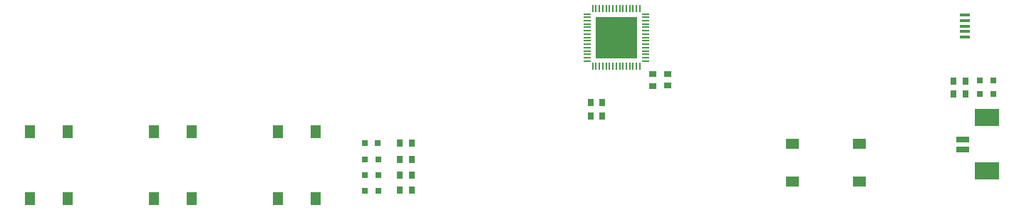
<source format=gbp>
G04*
G04 #@! TF.GenerationSoftware,Altium Limited,Altium Designer,18.1.9 (240)*
G04*
G04 Layer_Color=128*
%FSLAX44Y44*%
%MOMM*%
G71*
G01*
G75*
%ADD12R,0.9000X0.8000*%
%ADD14R,0.8000X0.9000*%
%ADD44R,0.2200X0.8400*%
%ADD45R,0.8400X0.2200*%
%ADD46R,4.9500X4.9500*%
%ADD47R,1.6000X0.8000*%
%ADD48R,3.0000X2.1000*%
%ADD49R,1.2000X0.4500*%
%ADD50R,1.5499X1.3000*%
%ADD51R,0.8000X0.8000*%
%ADD52R,1.3000X1.5499*%
G36*
X2043824Y1407154D02*
X2025424D01*
Y1388754D01*
X2043824D01*
Y1407154D01*
D02*
G37*
G36*
Y1431954D02*
X2025424D01*
Y1413554D01*
X2043824D01*
Y1431954D01*
D02*
G37*
G36*
X2068624Y1407154D02*
X2050224D01*
Y1388754D01*
X2068624D01*
Y1407154D01*
D02*
G37*
G36*
Y1431954D02*
X2050224D01*
Y1413554D01*
X2068624D01*
Y1431954D01*
D02*
G37*
D12*
X2090274Y1366804D02*
D03*
Y1352804D02*
D03*
X2108024Y1367054D02*
D03*
Y1353054D02*
D03*
D14*
X1804024Y1246804D02*
D03*
X1790024D02*
D03*
X1804024Y1285054D02*
D03*
X1790024D02*
D03*
X1804024Y1265554D02*
D03*
X1790024D02*
D03*
X1804024Y1228554D02*
D03*
X1790024D02*
D03*
X2030524Y1332804D02*
D03*
X2016524D02*
D03*
X2030524Y1317054D02*
D03*
X2016524D02*
D03*
X2448024Y1358554D02*
D03*
X2462024D02*
D03*
X2462024Y1343054D02*
D03*
X2448024D02*
D03*
D44*
X2075024Y1375904D02*
D03*
X2071024D02*
D03*
X2067024D02*
D03*
X2063024D02*
D03*
X2059024D02*
D03*
X2055024D02*
D03*
X2051024D02*
D03*
X2047024D02*
D03*
X2043024D02*
D03*
X2039024D02*
D03*
X2035024D02*
D03*
X2031024D02*
D03*
X2027024D02*
D03*
X2023024D02*
D03*
X2019024D02*
D03*
Y1444804D02*
D03*
X2023024D02*
D03*
X2027024D02*
D03*
X2031024D02*
D03*
X2035024D02*
D03*
X2039024D02*
D03*
X2043024D02*
D03*
X2047024D02*
D03*
X2051024D02*
D03*
X2055024D02*
D03*
X2059024D02*
D03*
X2063024D02*
D03*
X2067024D02*
D03*
X2071024D02*
D03*
X2075024D02*
D03*
D45*
X2081474Y1438354D02*
D03*
Y1434354D02*
D03*
Y1430354D02*
D03*
Y1426354D02*
D03*
Y1422354D02*
D03*
Y1418354D02*
D03*
Y1414354D02*
D03*
Y1410354D02*
D03*
Y1406354D02*
D03*
Y1402354D02*
D03*
Y1398354D02*
D03*
Y1394354D02*
D03*
Y1390354D02*
D03*
Y1386354D02*
D03*
Y1382354D02*
D03*
X2012574D02*
D03*
Y1386354D02*
D03*
Y1390354D02*
D03*
Y1394354D02*
D03*
Y1398354D02*
D03*
Y1402354D02*
D03*
Y1406354D02*
D03*
Y1410354D02*
D03*
Y1414354D02*
D03*
Y1418354D02*
D03*
Y1422354D02*
D03*
Y1426354D02*
D03*
Y1430354D02*
D03*
Y1434354D02*
D03*
Y1438354D02*
D03*
D46*
X2047024Y1410354D02*
D03*
D47*
X2458274Y1289304D02*
D03*
Y1276804D02*
D03*
D48*
X2487274Y1314804D02*
D03*
Y1251304D02*
D03*
D49*
X2461024Y1410804D02*
D03*
Y1417304D02*
D03*
Y1423804D02*
D03*
Y1430304D02*
D03*
Y1436804D02*
D03*
D50*
X2256523Y1239305D02*
D03*
X2336025D02*
D03*
X2256523Y1284303D02*
D03*
X2336025D02*
D03*
D51*
X2495394Y1359054D02*
D03*
X2479394D02*
D03*
X2495394Y1343054D02*
D03*
X2479394D02*
D03*
X1748004Y1246554D02*
D03*
X1764004D02*
D03*
X1748004Y1265554D02*
D03*
X1764004D02*
D03*
X1748004Y1228304D02*
D03*
X1764004D02*
D03*
X1747904Y1285054D02*
D03*
X1763904D02*
D03*
D52*
X1395273Y1218853D02*
D03*
Y1298355D02*
D03*
X1350274Y1218853D02*
D03*
Y1298355D02*
D03*
X1690273Y1218853D02*
D03*
Y1298355D02*
D03*
X1645274Y1218853D02*
D03*
Y1298355D02*
D03*
X1542773Y1218853D02*
D03*
Y1298355D02*
D03*
X1497774Y1218853D02*
D03*
Y1298355D02*
D03*
M02*

</source>
